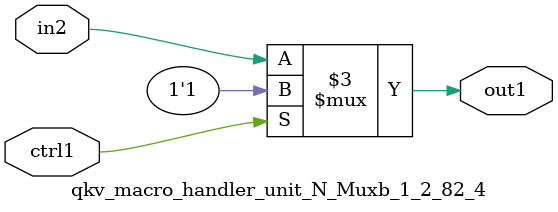
<source format=v>

`timescale 1ps / 1ps


module qkv_macro_handler_unit_N_Muxb_1_2_82_4( in2, ctrl1, out1 );

    input in2;
    input ctrl1;
    output out1;
    reg out1;

    
    // rtl_process:qkv_macro_handler_unit_N_Muxb_1_2_82_4/qkv_macro_handler_unit_N_Muxb_1_2_82_4_thread_1
    always @*
      begin : qkv_macro_handler_unit_N_Muxb_1_2_82_4_thread_1
        case (ctrl1) 
          1'b1: 
            begin
              out1 = 1'b1;
            end
          default: 
            begin
              out1 = in2;
            end
        endcase
      end

endmodule



</source>
